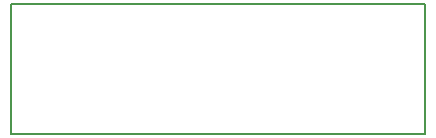
<source format=gbr>
%TF.GenerationSoftware,KiCad,Pcbnew,(5.1.9)-1*%
%TF.CreationDate,2021-06-10T11:00:13+02:00*%
%TF.ProjectId,20_Multiprise_JST_3pins,32305f4d-756c-4746-9970-726973655f4a,rev?*%
%TF.SameCoordinates,Original*%
%TF.FileFunction,Other,Fab,Bot*%
%FSLAX46Y46*%
G04 Gerber Fmt 4.6, Leading zero omitted, Abs format (unit mm)*
G04 Created by KiCad (PCBNEW (5.1.9)-1) date 2021-06-10 11:00:13*
%MOMM*%
%LPD*%
G01*
G04 APERTURE LIST*
%TA.AperFunction,Profile*%
%ADD10C,0.150000*%
%TD*%
G04 APERTURE END LIST*
D10*
X145000000Y-133000000D02*
X145000000Y-122000000D01*
X180000000Y-133000000D02*
X145000000Y-133000000D01*
X180000000Y-122000000D02*
X180000000Y-133000000D01*
X145000000Y-122000000D02*
X180000000Y-122000000D01*
M02*

</source>
